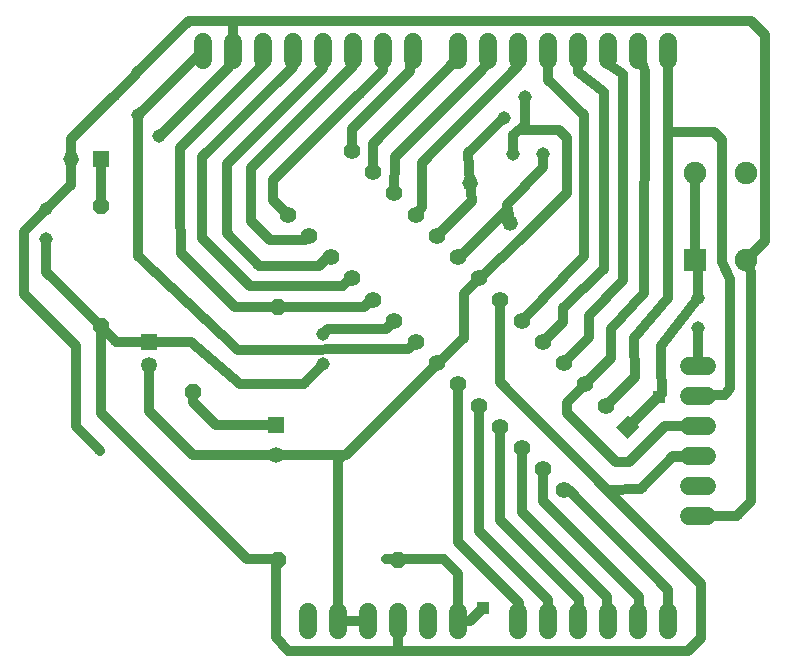
<source format=gbr>
G04 EAGLE Gerber X2 export*
%TF.Part,Single*%
%TF.FileFunction,Copper,L2,Bot,Mixed*%
%TF.FilePolarity,Positive*%
%TF.GenerationSoftware,Autodesk,EAGLE,9.0.0*%
%TF.CreationDate,2018-06-20T12:24:51Z*%
G75*
%MOMM*%
%FSLAX34Y34*%
%LPD*%
%AMOC8*
5,1,8,0,0,1.08239X$1,22.5*%
G01*
%ADD10C,1.143000*%
%ADD11R,1.350000X1.350000*%
%ADD12C,1.350000*%
%ADD13R,1.320800X1.320800*%
%ADD14C,1.320800*%
%ADD15C,1.524000*%
%ADD16P,1.429621X8X22.500000*%
%ADD17P,1.429621X8X67.500000*%
%ADD18P,1.429621X8X112.500000*%
%ADD19R,1.408000X1.408000*%
%ADD20C,1.408000*%
%ADD21R,1.905000X1.905000*%
%ADD22C,1.905000*%
%ADD23C,0.812800*%
%ADD24C,0.756400*%
%ADD25R,1.006400X1.006400*%


D10*
X444251Y488445D03*
X426290Y470485D03*
X433657Y440321D03*
X459057Y440321D03*
X38463Y393591D03*
X38729Y368192D03*
X134336Y455045D03*
X116376Y473005D03*
D11*
X125384Y281192D03*
D12*
X125384Y261192D03*
D13*
X233400Y210347D03*
D14*
X233400Y184947D03*
D13*
X84505Y435645D03*
D14*
X59105Y435645D03*
D15*
X582686Y260825D02*
X597926Y260825D01*
X597926Y235425D02*
X582686Y235425D01*
X582686Y210025D02*
X597926Y210025D01*
X597926Y184625D02*
X582686Y184625D01*
X582686Y159225D02*
X597926Y159225D01*
X597926Y133825D02*
X582686Y133825D01*
X260106Y52545D02*
X260106Y37305D01*
X285506Y37305D02*
X285506Y52545D01*
X310906Y52545D02*
X310906Y37305D01*
X336306Y37305D02*
X336306Y52545D01*
X361706Y52545D02*
X361706Y37305D01*
X387106Y37305D02*
X387106Y52545D01*
X171206Y519905D02*
X171206Y535145D01*
X196606Y535145D02*
X196606Y519905D01*
X222006Y519905D02*
X222006Y535145D01*
X247406Y535145D02*
X247406Y519905D01*
X272806Y519905D02*
X272806Y535145D01*
X298206Y535145D02*
X298206Y519905D01*
X323606Y519905D02*
X323606Y535145D01*
X349006Y535145D02*
X349006Y519905D01*
X564906Y519905D02*
X564906Y535145D01*
X539506Y535145D02*
X539506Y519905D01*
X514106Y519905D02*
X514106Y535145D01*
X488706Y535145D02*
X488706Y519905D01*
X463306Y519905D02*
X463306Y535145D01*
X437906Y535145D02*
X437906Y519905D01*
X412506Y519905D02*
X412506Y535145D01*
X387106Y535145D02*
X387106Y519905D01*
X437906Y52545D02*
X437906Y37305D01*
X463306Y37305D02*
X463306Y52545D01*
X488706Y52545D02*
X488706Y37305D01*
X514106Y37305D02*
X514106Y52545D01*
X539506Y52545D02*
X539506Y37305D01*
X564906Y37305D02*
X564906Y52545D01*
D16*
X235106Y96095D03*
X336706Y96095D03*
D17*
X162543Y238565D03*
X234385Y310407D03*
D18*
X84511Y294164D03*
X84511Y395764D03*
D19*
G36*
X530790Y219078D02*
X540746Y209122D01*
X530790Y199166D01*
X520834Y209122D01*
X530790Y219078D01*
G37*
D20*
X512830Y227083D03*
X494869Y245043D03*
X476909Y263004D03*
X458948Y280964D03*
X440988Y298925D03*
X423027Y316885D03*
X405067Y334846D03*
X369146Y370767D03*
X351185Y388727D03*
X333225Y406688D03*
X315264Y424648D03*
X297304Y442609D03*
X243422Y388727D03*
X261383Y370767D03*
X387106Y352806D03*
X279343Y352806D03*
X297304Y334846D03*
X315264Y316885D03*
X333225Y298925D03*
X351185Y280964D03*
X369146Y263004D03*
X387106Y245043D03*
X405067Y227083D03*
X423027Y209122D03*
X440988Y191162D03*
X458948Y173201D03*
X476909Y155241D03*
D14*
X431438Y381553D03*
X397313Y415678D03*
D21*
X587653Y350329D03*
D22*
X630833Y350329D03*
X630833Y423989D03*
X587653Y423989D03*
D10*
X590242Y318146D03*
X590242Y292746D03*
X273260Y261951D03*
X273260Y287351D03*
D23*
X196606Y527525D02*
X196606Y540225D01*
X196523Y552925D01*
X285506Y44925D02*
X310906Y44925D01*
X590306Y133825D02*
X623542Y133827D01*
X635116Y146691D01*
X634989Y340153D01*
X630833Y350329D01*
X134536Y455045D02*
X134336Y455045D01*
X134536Y455045D02*
X193579Y514087D01*
X193579Y524497D01*
X196606Y527525D01*
X369146Y263004D02*
X370251Y263004D01*
X391871Y284623D01*
X391871Y321650D01*
X405067Y334846D01*
X285608Y45026D02*
X285506Y44925D01*
X369146Y261349D02*
X369146Y263004D01*
X433657Y440321D02*
X433803Y456027D01*
X443961Y464483D01*
X444251Y488445D01*
X406150Y334846D02*
X405067Y334846D01*
X406150Y334846D02*
X423715Y352410D01*
X439376Y366904D01*
X479087Y406729D01*
X479105Y453302D01*
X472987Y460096D01*
X438658Y460487D01*
X433803Y456027D01*
X630833Y350329D02*
X646927Y366423D01*
X646927Y541215D01*
X635217Y552925D01*
X196523Y552925D01*
X125384Y261192D02*
X125384Y222356D01*
X159523Y552925D02*
X196523Y552925D01*
X59105Y452507D02*
X59105Y435645D01*
X114947Y508349D02*
X159523Y552925D01*
X114947Y508349D02*
X114947Y507531D01*
X96087Y488670D01*
X95269Y488670D01*
X59105Y452507D01*
X59105Y414233D02*
X38463Y393591D01*
X59105Y414233D02*
X59105Y435645D01*
X38463Y393591D02*
X19346Y374473D01*
X19346Y321498D01*
X63533Y277311D01*
X63533Y209937D02*
X84291Y188259D01*
X63533Y209937D02*
X63533Y277311D01*
D24*
X125384Y222356D03*
X84291Y188259D03*
D23*
X162792Y184947D02*
X233400Y184947D01*
X162792Y184947D02*
X125384Y222356D01*
X233400Y184947D02*
X289768Y184947D01*
X292195Y184947D01*
X370251Y263004D01*
X289768Y184947D02*
X285608Y180787D01*
X285608Y45026D01*
X387106Y352806D02*
X388445Y352806D01*
X429223Y393775D01*
X431102Y382803D01*
X431438Y381553D01*
X430532Y383118D01*
X428895Y397158D01*
X459296Y429057D01*
X459057Y440321D01*
X398655Y399966D02*
X369146Y370767D01*
X398655Y399966D02*
X397313Y415678D01*
X395598Y441001D01*
X426290Y470485D01*
X556859Y234515D02*
X530790Y209122D01*
X556859Y234515D02*
X559579Y237164D01*
X558981Y263174D01*
X558864Y277652D01*
X590242Y318146D01*
X590242Y347739D02*
X587653Y350329D01*
X590242Y347739D02*
X590242Y318146D01*
X587653Y350329D02*
X587653Y423989D01*
X336706Y96095D02*
X326018Y96866D01*
X374942Y96866D01*
X387106Y84702D01*
X387106Y44925D01*
X397670Y44925D01*
X408201Y55456D01*
D25*
X408201Y55456D03*
X556921Y234141D03*
D23*
X556821Y234004D01*
X556859Y234515D01*
X351185Y280964D02*
X344969Y274748D01*
X116376Y473005D02*
X170896Y527525D01*
X171206Y527525D01*
X116615Y353569D02*
X200568Y274534D01*
X116615Y353569D02*
X116615Y472766D01*
X116376Y473005D01*
X200568Y274534D02*
X344969Y274748D01*
X276981Y292011D02*
X273260Y287351D01*
X276981Y292011D02*
X326230Y291930D01*
X333225Y298925D01*
X315264Y316885D02*
X313744Y316885D01*
X307600Y310741D01*
X234125Y310823D01*
X234385Y310407D01*
X222049Y515375D02*
X222006Y527525D01*
X222049Y515375D02*
X151673Y445482D01*
X151751Y397498D01*
X152207Y356667D01*
X198100Y310771D01*
X234385Y310407D01*
X247406Y514083D02*
X247406Y527525D01*
X247406Y514083D02*
X238113Y504790D01*
X237800Y504790D01*
X170725Y437715D01*
X170383Y437373D01*
X296065Y334846D02*
X297304Y334846D01*
X296065Y334846D02*
X289424Y328205D01*
X211107Y328205D01*
X170725Y368587D01*
X170725Y437715D01*
X276756Y352806D02*
X279343Y352806D01*
X276756Y352806D02*
X269551Y345601D01*
X218889Y345601D01*
X191567Y372923D01*
X191567Y431566D01*
X272663Y512661D01*
X272663Y527381D01*
X272806Y527525D01*
X298206Y527525D02*
X298206Y514275D01*
X211933Y428002D01*
X211933Y383432D01*
X228382Y366983D01*
X257599Y366983D01*
X261383Y370767D01*
X323606Y510916D02*
X323606Y527525D01*
X323606Y510916D02*
X303107Y490417D01*
X302796Y490417D01*
X230588Y418209D01*
X230588Y401562D01*
X243422Y388727D01*
X297304Y442609D02*
X297304Y461037D01*
X346633Y510366D01*
X346633Y525151D01*
X349006Y527525D01*
X476909Y155241D02*
X480751Y155241D01*
X564792Y71200D01*
X564792Y45039D01*
X564906Y44925D01*
X458948Y146597D02*
X458948Y173201D01*
X458948Y146597D02*
X540163Y65382D01*
X540163Y45581D01*
X539506Y44925D01*
X440988Y137191D02*
X440988Y191162D01*
X440988Y137191D02*
X513139Y65040D01*
X513139Y45892D01*
X514106Y44925D01*
X423027Y129838D02*
X423027Y209122D01*
X423027Y129838D02*
X489194Y63671D01*
X489194Y45413D01*
X488706Y44925D01*
X405067Y120775D02*
X405067Y227083D01*
X405067Y120775D02*
X461144Y64698D01*
X461169Y64698D01*
X463778Y62088D01*
X463778Y45397D01*
X463306Y44925D01*
X387106Y111327D02*
X387106Y245043D01*
X387106Y111327D02*
X438700Y59733D01*
X438700Y45719D01*
X437906Y44925D01*
X315264Y424648D02*
X315429Y448573D01*
X385638Y519442D01*
X385968Y526386D01*
X387106Y527525D01*
X333884Y437862D02*
X333225Y406688D01*
X333884Y437862D02*
X407435Y511413D01*
X410074Y514505D01*
X413436Y522815D01*
X411621Y526640D01*
X412506Y527525D01*
X437906Y527525D02*
X438071Y514379D01*
X356619Y432162D01*
X356564Y395096D01*
X351185Y388727D01*
X440988Y298925D02*
X494211Y353347D01*
X494211Y473521D01*
X463306Y502430D01*
X463306Y527525D01*
X488706Y527525D02*
X488739Y527849D01*
X488739Y509393D01*
X510541Y492423D01*
X510541Y342905D01*
X475920Y309894D01*
X475920Y298008D01*
X458948Y281037D01*
X458948Y280964D01*
X476909Y263004D02*
X498429Y285325D01*
X497907Y303002D01*
X526928Y333152D01*
X526928Y507670D01*
X514106Y516513D01*
X514106Y527525D01*
X336306Y44925D02*
X336574Y19317D01*
X243436Y19168D01*
X233403Y30993D01*
X233403Y93223D01*
X235106Y96095D01*
X423027Y247441D02*
X423027Y316885D01*
X423027Y247441D02*
X513127Y155966D01*
X541952Y156883D01*
X568462Y183623D01*
X594003Y183623D01*
X595424Y182202D01*
X590306Y184625D02*
X569464Y184625D01*
X568462Y183623D01*
X513127Y155966D02*
X506026Y163216D01*
X593029Y76213D01*
X593029Y30364D01*
X582189Y19525D01*
X336574Y19317D01*
X161439Y281192D02*
X125384Y281192D01*
X161439Y281192D02*
X202855Y245500D01*
X256572Y245521D01*
X273260Y261951D01*
X125384Y281192D02*
X97483Y281192D01*
X84511Y294164D01*
X84511Y220566D01*
X208271Y96806D01*
X234395Y96806D01*
X235106Y96095D01*
X38729Y339946D02*
X38729Y368192D01*
X38729Y339946D02*
X84511Y294164D01*
X512810Y227103D02*
X512830Y227083D01*
X512810Y227103D02*
X536621Y251488D01*
X536409Y284703D01*
X564745Y318386D01*
X564906Y411760D01*
X564906Y458933D01*
X564906Y527525D01*
X591030Y236149D02*
X590306Y235425D01*
X591030Y236149D02*
X613341Y236446D01*
X617672Y241743D01*
X617474Y334659D01*
X610395Y348470D01*
X610391Y452216D01*
X604087Y459004D01*
X564906Y458933D01*
X494869Y245043D02*
X479175Y229349D01*
X479175Y220567D01*
X520522Y179220D01*
X531564Y179220D01*
X562368Y210025D01*
X590306Y210025D01*
X545300Y510228D02*
X539506Y527525D01*
X545300Y510228D02*
X544837Y322263D01*
X516944Y291757D01*
X516970Y267285D01*
X514107Y264567D01*
X494869Y245043D01*
X590306Y260825D02*
X590242Y292746D01*
X84511Y395764D02*
X84505Y435645D01*
X162543Y238565D02*
X162543Y229831D01*
X181890Y210484D01*
X233263Y210484D01*
X233400Y210347D01*
M02*

</source>
